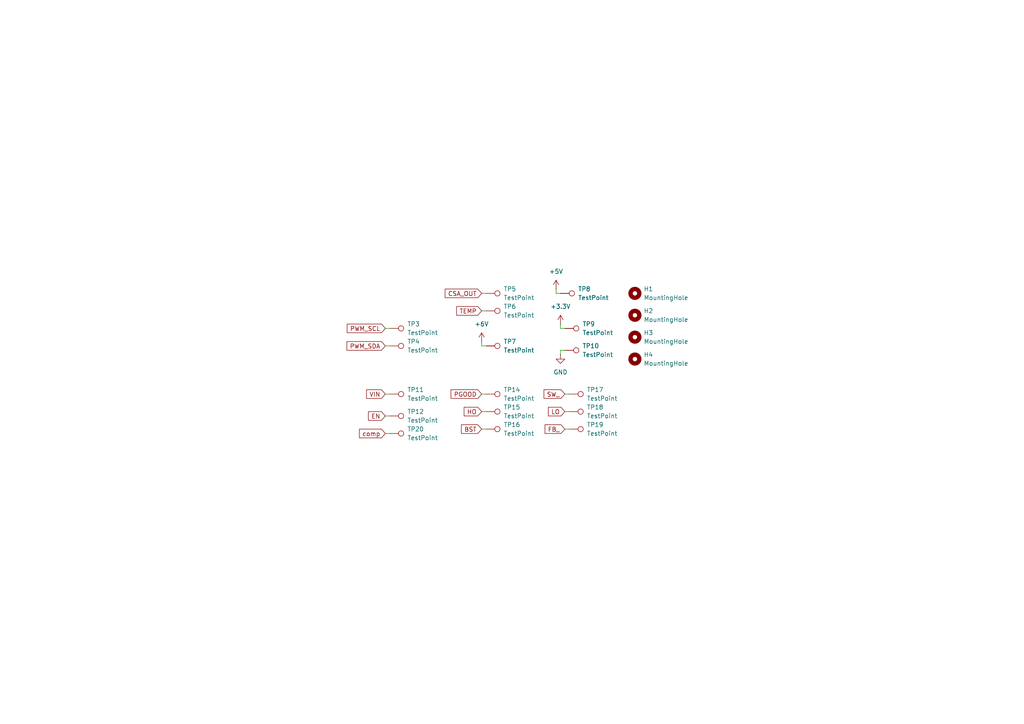
<source format=kicad_sch>
(kicad_sch (version 20250114) (generator "eeschema") (generator_version "9.0")
  (paper "A4")
  (lib_symbols
    (symbol "Connector:TestPoint" (pin_numbers (hide yes)) (pin_names (offset 0.762) (hide yes))
      (property "Reference" "TP" (at 0 6.858 0))
      (property "Value" "TestPoint" (at 0 5.08 0))
      (symbol "TestPoint_0_1"
        (circle (center 0 3.302) (radius 0.762))
      )
      (symbol "TestPoint_1_1"
        (pin passive line (at 0 0 90) (length 2.54) (name "1") (number "1"))
      )
    )
    (symbol "Mechanical:MountingHole" (pin_names (offset 1.016)) (exclude_from_sim yes) (in_bom no)
      (property "Reference" "H" (at 0 5.08 0))
      (property "Value" "MountingHole" (at 0 3.175 0))
      (symbol "MountingHole_0_1"
        (circle (center 0 0) (radius 1.27) (stroke (width 1.27)))
      )
    )
    (symbol "power:+3.3V" (power) (pin_numbers (hide yes)) (pin_names (offset 0) (hide yes))
      (property "Value" "+3.3V" (at 0 3.556 0))
      (symbol "+3.3V_0_1"
        (polyline (pts (xy -0.762 1.27) (xy 0 2.54)))
        (polyline (pts (xy 0 2.54) (xy 0.762 1.27)))
        (polyline (pts (xy 0 0) (xy 0 2.54)))
      )
      (symbol "+3.3V_1_1"
        (pin power_in line (at 0 0 90) (length 0) (name "~") (number "1"))
      )
    )
    (symbol "power:+5V" (power) (pin_numbers (hide yes)) (pin_names (offset 0) (hide yes))
      (property "Value" "+5V" (at 0 3.556 0))
      (symbol "+5V_0_1"
        (polyline (pts (xy -0.762 1.27) (xy 0 2.54)))
        (polyline (pts (xy 0 2.54) (xy 0.762 1.27)))
        (polyline (pts (xy 0 0) (xy 0 2.54)))
      )
      (symbol "+5V_1_1"
        (pin power_in line (at 0 0 90) (length 0) (name "~") (number "1"))
      )
    )
    (symbol "power:+6V" (power) (pin_numbers (hide yes)) (pin_names (offset 0) (hide yes))
      (property "Value" "+6V" (at 0 3.556 0))
      (symbol "+6V_0_1"
        (polyline (pts (xy -0.762 1.27) (xy 0 2.54)))
        (polyline (pts (xy 0 2.54) (xy 0.762 1.27)))
        (polyline (pts (xy 0 0) (xy 0 2.54)))
      )
      (symbol "+6V_1_1"
        (pin power_in line (at 0 0 90) (length 0) (name "~") (number "1"))
      )
    )
    (symbol "power:GND" (power) (pin_numbers (hide yes)) (pin_names (offset 0) (hide yes))
      (property "Value" "GND" (at 0 -3.81 0))
      (symbol "GND_0_1"
        (polyline (pts (xy 0 0) (xy 0 -1.27) (xy 1.27 -1.27) (xy 0 -2.54) (xy -1.27 -1.27) (xy 0 -1.27)))
      )
      (symbol "GND_1_1"
        (pin power_in line (at 0 0 270) (length 0) (name "~") (number "1"))
      )
    )
  )
  (wire (pts (xy 139.7 100.33) (xy 139.7 99.06)))
  (wire (pts (xy 111.76 120.65) (xy 113.03 120.65)))
  (wire (pts (xy 163.83 114.3) (xy 165.1 114.3)))
  (wire (pts (xy 111.76 100.33) (xy 113.03 100.33)))
  (wire (pts (xy 111.76 95.25) (xy 113.03 95.25)))
  (wire (pts (xy 161.29 85.09) (xy 162.56 85.09)))
  (wire (pts (xy 139.7 124.46) (xy 140.97 124.46)))
  (wire (pts (xy 163.83 119.38) (xy 165.1 119.38)))
  (wire (pts (xy 139.7 85.09) (xy 140.97 85.09)))
  (wire (pts (xy 139.7 119.38) (xy 140.97 119.38)))
  (wire (pts (xy 163.83 124.46) (xy 165.1 124.46)))
  (wire (pts (xy 111.76 114.3) (xy 113.03 114.3)))
  (wire (pts (xy 162.56 93.98) (xy 162.56 95.25)))
  (wire (pts (xy 140.97 100.33) (xy 139.7 100.33)))
  (wire (pts (xy 162.56 101.6) (xy 162.56 102.87)))
  (wire (pts (xy 139.7 114.3) (xy 140.97 114.3)))
  (wire (pts (xy 161.29 83.82) (xy 161.29 85.09)))
  (wire (pts (xy 139.7 90.17) (xy 140.97 90.17)))
  (wire (pts (xy 162.56 101.6) (xy 163.83 101.6)))
  (wire (pts (xy 111.76 125.73) (xy 113.03 125.73)))
  (wire (pts (xy 162.56 95.25) (xy 163.83 95.25)))
  (global_label "CSA_OUT" (shape input) (at 139.7 85.09 180) (property "Intersheetrefs" "${INTERSHEET_REFS}" (effects (hide yes))))
  (global_label "BST" (shape input) (at 139.7 124.46 180) (property "Intersheetrefs" "${INTERSHEET_REFS}" (effects (hide yes))))
  (global_label "TEMP" (shape input) (at 139.7 90.17 180) (property "Intersheetrefs" "${INTERSHEET_REFS}" (effects (hide yes))))
  (global_label "PWM_SDA" (shape input) (at 111.76 100.33 180) (property "Intersheetrefs" "${INTERSHEET_REFS}" (effects (hide yes))))
  (global_label "PWM_SCL" (shape input) (at 111.76 95.25 180) (property "Intersheetrefs" "${INTERSHEET_REFS}" (effects (hide yes))))
  (global_label "EN" (shape input) (at 111.76 120.65 180) (property "Intersheetrefs" "${INTERSHEET_REFS}" (effects (hide yes))))
  (global_label "FB_" (shape input) (at 163.83 124.46 180) (property "Intersheetrefs" "${INTERSHEET_REFS}" (effects (hide yes))))
  (global_label "SW_" (shape input) (at 163.83 114.3 180) (property "Intersheetrefs" "${INTERSHEET_REFS}" (effects (hide yes))))
  (global_label "VIN" (shape input) (at 111.76 114.3 180) (property "Intersheetrefs" "${INTERSHEET_REFS}" (effects (hide yes))))
  (global_label "HO" (shape input) (at 139.7 119.38 180) (property "Intersheetrefs" "${INTERSHEET_REFS}" (effects (hide yes))))
  (global_label "LO" (shape input) (at 163.83 119.38 180) (property "Intersheetrefs" "${INTERSHEET_REFS}" (effects (hide yes))))
  (global_label "comp" (shape input) (at 111.76 125.73 180) (property "Intersheetrefs" "${INTERSHEET_REFS}" (effects (hide yes))))
  (global_label "PGOOD" (shape input) (at 139.7 114.3 180) (property "Intersheetrefs" "${INTERSHEET_REFS}" (effects (hide yes))))
  (symbol (lib_id "Connector:TestPoint") (at 140.97 90.17 270) (unit 1)
    (property "Reference" "TP6" (at 146.05 88.8999 90) (effects (justify left)))
    (property "Value" "TestPoint" (at 146.05 91.4399 90) (effects (justify left)))
    (property "Footprint" "TestPoint:TestPoint_Pad_D1.0mm" (effects (hide yes)))
    (property "Description" "test point" (effects (hide yes)))
  )
  (symbol (lib_id "Connector:TestPoint") (at 165.1 119.38 270) (unit 1)
    (property "Reference" "TP18" (at 170.18 118.1099 90) (effects (justify left)))
    (property "Value" "TestPoint" (at 170.18 120.6499 90) (effects (justify left)))
    (property "Footprint" "TestPoint:TestPoint_Pad_D1.0mm" (effects (hide yes)))
    (property "Description" "test point" (effects (hide yes)))
  )
  (symbol (lib_id "Connector:TestPoint") (at 113.03 120.65 270) (unit 1)
    (property "Reference" "TP12" (at 118.11 119.3799 90) (effects (justify left)))
    (property "Value" "TestPoint" (at 118.11 121.9199 90) (effects (justify left)))
    (property "Footprint" "TestPoint:TestPoint_Pad_D1.0mm" (effects (hide yes)))
    (property "Description" "test point" (effects (hide yes)))
  )
  (symbol (lib_id "Connector:TestPoint") (at 163.83 101.6 270) (unit 1)
    (property "Reference" "TP10" (at 168.91 100.3299 90) (effects (justify left)))
    (property "Value" "TestPoint" (at 168.91 102.8699 90) (effects (justify left)))
    (property "Footprint" "TestPoint:TestPoint_Pad_D1.0mm" (effects (hide yes)))
    (property "Description" "test point" (effects (hide yes)))
  )
  (symbol (lib_id "power:+6V") (at 139.7 99.06 0) (unit 1)
    (property "Reference" "#PWR028" (effects (hide yes)))
    (property "Value" "+6V" (at 139.7 93.98 0))
    (property "Description" "Power symbol creates a global label with name \"+6V\"" (effects (hide yes)))
  )
  (symbol (lib_id "Connector:TestPoint") (at 140.97 114.3 270) (unit 1)
    (property "Reference" "TP14" (at 146.05 113.0299 90) (effects (justify left)))
    (property "Value" "TestPoint" (at 146.05 115.5699 90) (effects (justify left)))
    (property "Footprint" "TestPoint:TestPoint_Pad_D1.0mm" (effects (hide yes)))
    (property "Description" "test point" (effects (hide yes)))
  )
  (symbol (lib_id "Connector:TestPoint") (at 113.03 125.73 270) (unit 1)
    (property "Reference" "TP20" (at 118.11 124.4599 90) (effects (justify left)))
    (property "Value" "TestPoint" (at 118.11 126.9999 90) (effects (justify left)))
    (property "Footprint" "TestPoint:TestPoint_Pad_D1.0mm" (effects (hide yes)))
    (property "Description" "test point" (effects (hide yes)))
  )
  (symbol (lib_id "Mechanical:MountingHole") (at 184.15 91.44 0) (unit 1) (exclude_from_sim yes) (in_bom no)
    (property "Reference" "H2" (at 186.69 90.1699 0) (effects (justify left)))
    (property "Value" "MountingHole" (at 186.69 92.7099 0) (effects (justify left)))
    (property "Footprint" "MountingHole:MountingHole_2.7mm_M2.5" (effects (hide yes)))
    (property "Description" "Mounting Hole without connection" (effects (hide yes)))
  )
  (symbol (lib_id "Mechanical:MountingHole") (at 184.15 104.14 0) (unit 1) (exclude_from_sim yes) (in_bom no)
    (property "Reference" "H4" (at 186.69 102.8699 0) (effects (justify left)))
    (property "Value" "MountingHole" (at 186.69 105.4099 0) (effects (justify left)))
    (property "Footprint" "MountingHole:MountingHole_2.7mm_M2.5" (effects (hide yes)))
    (property "Description" "Mounting Hole without connection" (effects (hide yes)))
  )
  (symbol (lib_id "Connector:TestPoint") (at 140.97 100.33 270) (unit 1)
    (property "Reference" "TP7" (at 146.05 99.0599 90) (effects (justify left)))
    (property "Value" "TestPoint" (at 146.05 101.5999 90) (effects (justify left)))
    (property "Footprint" "TestPoint:TestPoint_Pad_D1.0mm" (effects (hide yes)))
    (property "Description" "test point" (effects (hide yes)))
  )
  (symbol (lib_id "Connector:TestPoint") (at 113.03 114.3 270) (unit 1)
    (property "Reference" "TP11" (at 118.11 113.0299 90) (effects (justify left)))
    (property "Value" "TestPoint" (at 118.11 115.5699 90) (effects (justify left)))
    (property "Footprint" "TestPoint:TestPoint_Pad_D1.0mm" (effects (hide yes)))
    (property "Description" "test point" (effects (hide yes)))
  )
  (symbol (lib_id "Connector:TestPoint") (at 162.56 85.09 270) (unit 1)
    (property "Reference" "TP8" (at 167.64 83.8199 90) (effects (justify left)))
    (property "Value" "TestPoint" (at 167.64 86.3599 90) (effects (justify left)))
    (property "Footprint" "TestPoint:TestPoint_Pad_D1.0mm" (effects (hide yes)))
    (property "Description" "test point" (effects (hide yes)))
  )
  (symbol (lib_id "Mechanical:MountingHole") (at 184.15 97.79 0) (unit 1) (exclude_from_sim yes) (in_bom no)
    (property "Reference" "H3" (at 186.69 96.5199 0) (effects (justify left)))
    (property "Value" "MountingHole" (at 186.69 99.0599 0) (effects (justify left)))
    (property "Footprint" "MountingHole:MountingHole_2.7mm_M2.5" (effects (hide yes)))
    (property "Description" "Mounting Hole without connection" (effects (hide yes)))
  )
  (symbol (lib_id "Connector:TestPoint") (at 165.1 114.3 270) (unit 1)
    (property "Reference" "TP17" (at 170.18 113.0299 90) (effects (justify left)))
    (property "Value" "TestPoint" (at 170.18 115.5699 90) (effects (justify left)))
    (property "Footprint" "TestPoint:TestPoint_Pad_D1.0mm" (effects (hide yes)))
    (property "Description" "test point" (effects (hide yes)))
  )
  (symbol (lib_id "power:+3.3V") (at 162.56 93.98 0) (unit 1)
    (property "Reference" "#PWR090" (effects (hide yes)))
    (property "Value" "+3.3V" (at 162.56 88.9 0))
    (property "Description" "Power symbol creates a global label with name \"+3.3V\"" (effects (hide yes)))
  )
  (symbol (lib_id "power:GND") (at 162.56 102.87 0) (unit 1)
    (property "Reference" "#PWR091" (effects (hide yes)))
    (property "Value" "GND" (at 162.56 107.95 0))
    (property "Description" "Power symbol creates a global label with name \"GND\" , ground" (effects (hide yes)))
  )
  (symbol (lib_id "Connector:TestPoint") (at 165.1 124.46 270) (unit 1)
    (property "Reference" "TP19" (at 170.18 123.1899 90) (effects (justify left)))
    (property "Value" "TestPoint" (at 170.18 125.7299 90) (effects (justify left)))
    (property "Footprint" "TestPoint:TestPoint_Pad_D1.0mm" (effects (hide yes)))
    (property "Description" "test point" (effects (hide yes)))
  )
  (symbol (lib_id "Connector:TestPoint") (at 140.97 119.38 270) (unit 1)
    (property "Reference" "TP15" (at 146.05 118.1099 90) (effects (justify left)))
    (property "Value" "TestPoint" (at 146.05 120.6499 90) (effects (justify left)))
    (property "Footprint" "TestPoint:TestPoint_Pad_D1.0mm" (effects (hide yes)))
    (property "Description" "test point" (effects (hide yes)))
  )
  (symbol (lib_id "Connector:TestPoint") (at 113.03 95.25 270) (unit 1)
    (property "Reference" "TP3" (at 118.11 93.9799 90) (effects (justify left)))
    (property "Value" "TestPoint" (at 118.11 96.5199 90) (effects (justify left)))
    (property "Footprint" "TestPoint:TestPoint_Pad_D1.0mm" (effects (hide yes)))
    (property "Description" "test point" (effects (hide yes)))
  )
  (symbol (lib_id "Connector:TestPoint") (at 163.83 95.25 270) (unit 1)
    (property "Reference" "TP9" (at 168.91 93.9799 90) (effects (justify left)))
    (property "Value" "TestPoint" (at 168.91 96.5199 90) (effects (justify left)))
    (property "Footprint" "TestPoint:TestPoint_Pad_D1.0mm" (effects (hide yes)))
    (property "Description" "test point" (effects (hide yes)))
  )
  (symbol (lib_id "Connector:TestPoint") (at 140.97 85.09 270) (unit 1)
    (property "Reference" "TP5" (at 146.05 83.8199 90) (effects (justify left)))
    (property "Value" "TestPoint" (at 146.05 86.3599 90) (effects (justify left)))
    (property "Footprint" "TestPoint:TestPoint_Pad_D1.0mm" (effects (hide yes)))
    (property "Description" "test point" (effects (hide yes)))
  )
  (symbol (lib_id "Connector:TestPoint") (at 140.97 124.46 270) (unit 1)
    (property "Reference" "TP16" (at 146.05 123.1899 90) (effects (justify left)))
    (property "Value" "TestPoint" (at 146.05 125.7299 90) (effects (justify left)))
    (property "Footprint" "TestPoint:TestPoint_Pad_D1.0mm" (effects (hide yes)))
    (property "Description" "test point" (effects (hide yes)))
  )
  (symbol (lib_id "power:+5V") (at 161.29 83.82 0) (unit 1)
    (property "Reference" "#PWR089" (effects (hide yes)))
    (property "Value" "+5V" (at 161.29 78.74 0))
    (property "Description" "Power symbol creates a global label with name \"+5V\"" (effects (hide yes)))
  )
  (symbol (lib_id "Connector:TestPoint") (at 113.03 100.33 270) (unit 1)
    (property "Reference" "TP4" (at 118.11 99.0599 90) (effects (justify left)))
    (property "Value" "TestPoint" (at 118.11 101.5999 90) (effects (justify left)))
    (property "Footprint" "TestPoint:TestPoint_Pad_D1.0mm" (effects (hide yes)))
    (property "Description" "test point" (effects (hide yes)))
  )
  (symbol (lib_id "Mechanical:MountingHole") (at 184.15 85.09 0) (unit 1) (exclude_from_sim yes) (in_bom no)
    (property "Reference" "H1" (at 186.69 83.8199 0) (effects (justify left)))
    (property "Value" "MountingHole" (at 186.69 86.3599 0) (effects (justify left)))
    (property "Footprint" "MountingHole:MountingHole_2.7mm_M2.5" (effects (hide yes)))
    (property "Description" "Mounting Hole without connection" (effects (hide yes)))
  )
)
</source>
